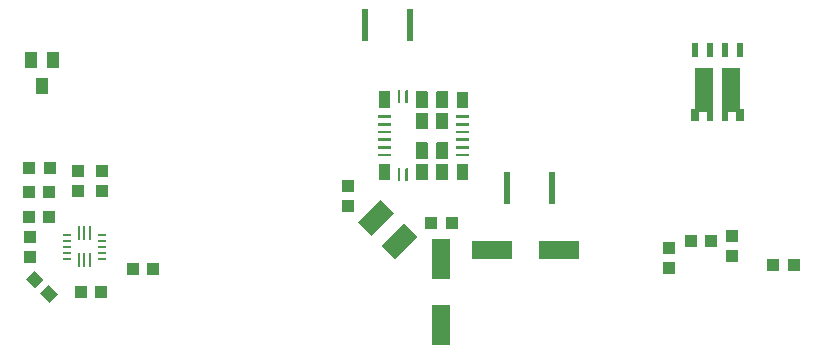
<source format=gbr>
G04 EAGLE Gerber RS-274X export*
G75*
%MOMM*%
%FSLAX34Y34*%
%LPD*%
%INSolderpaste Bottom*%
%IPPOS*%
%AMOC8*
5,1,8,0,0,1.08239X$1,22.5*%
G01*
%ADD10R,1.100000X1.000000*%
%ADD11R,1.000000X1.100000*%
%ADD12R,0.558800X2.794000*%
%ADD13R,1.600000X2.700000*%
%ADD14R,1.000000X1.400000*%
%ADD15R,3.500000X1.600000*%
%ADD16R,1.600000X3.500000*%
%ADD17R,0.610000X1.020000*%
%ADD18R,1.650000X3.810000*%
%ADD19R,0.610000X1.270000*%
%ADD20R,0.650000X1.100000*%
%ADD21R,0.650000X1.050000*%
%ADD22R,0.700000X0.150000*%
%ADD23R,0.150000X1.300000*%

G36*
X15706Y-296585D02*
X15706Y-296585D01*
X15710Y-296588D01*
X15901Y-296550D01*
X15910Y-296540D01*
X15919Y-296543D01*
X16081Y-296435D01*
X16085Y-296421D01*
X16095Y-296421D01*
X16203Y-296259D01*
X16202Y-296245D01*
X16210Y-296241D01*
X16248Y-296050D01*
X16245Y-296043D01*
X16249Y-296040D01*
X16249Y-283040D01*
X16245Y-283034D01*
X16248Y-283030D01*
X16210Y-282839D01*
X16200Y-282830D01*
X16203Y-282821D01*
X16095Y-282659D01*
X16081Y-282655D01*
X16081Y-282646D01*
X15919Y-282537D01*
X15905Y-282538D01*
X15901Y-282530D01*
X15710Y-282492D01*
X15703Y-282495D01*
X15700Y-282491D01*
X6700Y-282491D01*
X6694Y-282495D01*
X6690Y-282492D01*
X6499Y-282530D01*
X6490Y-282540D01*
X6481Y-282537D01*
X6319Y-282646D01*
X6315Y-282659D01*
X6306Y-282659D01*
X6197Y-282821D01*
X6198Y-282830D01*
X6191Y-282835D01*
X6193Y-282838D01*
X6190Y-282839D01*
X6152Y-283030D01*
X6155Y-283037D01*
X6151Y-283040D01*
X6151Y-296040D01*
X6155Y-296046D01*
X6152Y-296050D01*
X6190Y-296241D01*
X6200Y-296250D01*
X6197Y-296259D01*
X6306Y-296421D01*
X6319Y-296425D01*
X6319Y-296435D01*
X6481Y-296543D01*
X6495Y-296542D01*
X6499Y-296550D01*
X6690Y-296588D01*
X6697Y-296585D01*
X6700Y-296589D01*
X15700Y-296589D01*
X15706Y-296585D01*
G37*
G36*
X33206Y-296585D02*
X33206Y-296585D01*
X33210Y-296588D01*
X33401Y-296550D01*
X33410Y-296540D01*
X33419Y-296543D01*
X33581Y-296435D01*
X33585Y-296421D01*
X33595Y-296421D01*
X33703Y-296259D01*
X33702Y-296245D01*
X33710Y-296241D01*
X33748Y-296050D01*
X33745Y-296043D01*
X33749Y-296040D01*
X33749Y-283040D01*
X33745Y-283034D01*
X33748Y-283030D01*
X33710Y-282839D01*
X33700Y-282830D01*
X33703Y-282821D01*
X33595Y-282659D01*
X33581Y-282655D01*
X33581Y-282646D01*
X33419Y-282537D01*
X33405Y-282538D01*
X33401Y-282530D01*
X33210Y-282492D01*
X33203Y-282495D01*
X33200Y-282491D01*
X24200Y-282491D01*
X24194Y-282495D01*
X24190Y-282492D01*
X23999Y-282530D01*
X23990Y-282540D01*
X23981Y-282537D01*
X23819Y-282646D01*
X23815Y-282659D01*
X23806Y-282659D01*
X23697Y-282821D01*
X23698Y-282830D01*
X23691Y-282835D01*
X23693Y-282838D01*
X23690Y-282839D01*
X23652Y-283030D01*
X23655Y-283037D01*
X23651Y-283040D01*
X23651Y-296040D01*
X23655Y-296046D01*
X23652Y-296050D01*
X23690Y-296241D01*
X23700Y-296250D01*
X23697Y-296259D01*
X23806Y-296421D01*
X23819Y-296425D01*
X23819Y-296435D01*
X23981Y-296543D01*
X23995Y-296542D01*
X23999Y-296550D01*
X24190Y-296588D01*
X24197Y-296585D01*
X24200Y-296589D01*
X33200Y-296589D01*
X33206Y-296585D01*
G37*
G36*
X15706Y-314585D02*
X15706Y-314585D01*
X15710Y-314588D01*
X15901Y-314550D01*
X15910Y-314540D01*
X15919Y-314543D01*
X16081Y-314435D01*
X16085Y-314421D01*
X16095Y-314421D01*
X16203Y-314259D01*
X16202Y-314245D01*
X16210Y-314241D01*
X16248Y-314050D01*
X16245Y-314043D01*
X16249Y-314040D01*
X16249Y-301040D01*
X16245Y-301034D01*
X16248Y-301030D01*
X16210Y-300839D01*
X16200Y-300830D01*
X16203Y-300821D01*
X16095Y-300659D01*
X16081Y-300655D01*
X16081Y-300646D01*
X15919Y-300537D01*
X15905Y-300538D01*
X15901Y-300530D01*
X15710Y-300492D01*
X15703Y-300495D01*
X15700Y-300491D01*
X6700Y-300491D01*
X6694Y-300495D01*
X6690Y-300492D01*
X6499Y-300530D01*
X6490Y-300540D01*
X6481Y-300537D01*
X6319Y-300646D01*
X6315Y-300659D01*
X6306Y-300659D01*
X6197Y-300821D01*
X6198Y-300830D01*
X6191Y-300835D01*
X6193Y-300838D01*
X6190Y-300839D01*
X6152Y-301030D01*
X6155Y-301037D01*
X6151Y-301040D01*
X6151Y-314040D01*
X6155Y-314046D01*
X6152Y-314050D01*
X6190Y-314241D01*
X6200Y-314250D01*
X6197Y-314259D01*
X6306Y-314421D01*
X6319Y-314425D01*
X6319Y-314435D01*
X6481Y-314543D01*
X6495Y-314542D01*
X6499Y-314550D01*
X6690Y-314588D01*
X6697Y-314585D01*
X6700Y-314589D01*
X15700Y-314589D01*
X15706Y-314585D01*
G37*
G36*
X33206Y-314585D02*
X33206Y-314585D01*
X33210Y-314588D01*
X33401Y-314550D01*
X33410Y-314540D01*
X33419Y-314543D01*
X33581Y-314435D01*
X33585Y-314421D01*
X33595Y-314421D01*
X33703Y-314259D01*
X33702Y-314245D01*
X33710Y-314241D01*
X33748Y-314050D01*
X33745Y-314043D01*
X33749Y-314040D01*
X33749Y-301040D01*
X33745Y-301034D01*
X33748Y-301030D01*
X33710Y-300839D01*
X33700Y-300830D01*
X33703Y-300821D01*
X33595Y-300659D01*
X33581Y-300655D01*
X33581Y-300646D01*
X33419Y-300537D01*
X33405Y-300538D01*
X33401Y-300530D01*
X33210Y-300492D01*
X33203Y-300495D01*
X33200Y-300491D01*
X24200Y-300491D01*
X24194Y-300495D01*
X24190Y-300492D01*
X23999Y-300530D01*
X23990Y-300540D01*
X23981Y-300537D01*
X23819Y-300646D01*
X23815Y-300659D01*
X23806Y-300659D01*
X23697Y-300821D01*
X23698Y-300830D01*
X23691Y-300835D01*
X23693Y-300838D01*
X23690Y-300839D01*
X23652Y-301030D01*
X23655Y-301037D01*
X23651Y-301040D01*
X23651Y-314040D01*
X23655Y-314046D01*
X23652Y-314050D01*
X23690Y-314241D01*
X23700Y-314250D01*
X23697Y-314259D01*
X23806Y-314421D01*
X23819Y-314425D01*
X23819Y-314435D01*
X23981Y-314543D01*
X23995Y-314542D01*
X23999Y-314550D01*
X24190Y-314588D01*
X24197Y-314585D01*
X24200Y-314589D01*
X33200Y-314589D01*
X33206Y-314585D01*
G37*
G36*
X33206Y-339585D02*
X33206Y-339585D01*
X33210Y-339588D01*
X33401Y-339550D01*
X33410Y-339540D01*
X33419Y-339543D01*
X33581Y-339435D01*
X33585Y-339421D01*
X33595Y-339421D01*
X33703Y-339259D01*
X33702Y-339245D01*
X33710Y-339241D01*
X33748Y-339050D01*
X33745Y-339043D01*
X33749Y-339040D01*
X33749Y-326040D01*
X33745Y-326034D01*
X33748Y-326030D01*
X33710Y-325839D01*
X33700Y-325830D01*
X33703Y-325821D01*
X33595Y-325659D01*
X33581Y-325655D01*
X33581Y-325646D01*
X33419Y-325537D01*
X33405Y-325538D01*
X33401Y-325530D01*
X33210Y-325492D01*
X33203Y-325495D01*
X33200Y-325491D01*
X24200Y-325491D01*
X24194Y-325495D01*
X24190Y-325492D01*
X23999Y-325530D01*
X23990Y-325540D01*
X23981Y-325537D01*
X23819Y-325646D01*
X23815Y-325659D01*
X23806Y-325659D01*
X23697Y-325821D01*
X23698Y-325830D01*
X23691Y-325835D01*
X23693Y-325838D01*
X23690Y-325839D01*
X23652Y-326030D01*
X23655Y-326037D01*
X23651Y-326040D01*
X23651Y-339040D01*
X23655Y-339046D01*
X23652Y-339050D01*
X23690Y-339241D01*
X23700Y-339250D01*
X23697Y-339259D01*
X23806Y-339421D01*
X23819Y-339425D01*
X23819Y-339435D01*
X23981Y-339543D01*
X23995Y-339542D01*
X23999Y-339550D01*
X24190Y-339588D01*
X24197Y-339585D01*
X24200Y-339589D01*
X33200Y-339589D01*
X33206Y-339585D01*
G37*
G36*
X15706Y-339585D02*
X15706Y-339585D01*
X15710Y-339588D01*
X15901Y-339550D01*
X15910Y-339540D01*
X15919Y-339543D01*
X16081Y-339435D01*
X16085Y-339421D01*
X16095Y-339421D01*
X16203Y-339259D01*
X16202Y-339245D01*
X16210Y-339241D01*
X16248Y-339050D01*
X16245Y-339043D01*
X16249Y-339040D01*
X16249Y-326040D01*
X16245Y-326034D01*
X16248Y-326030D01*
X16210Y-325839D01*
X16200Y-325830D01*
X16203Y-325821D01*
X16095Y-325659D01*
X16081Y-325655D01*
X16081Y-325646D01*
X15919Y-325537D01*
X15905Y-325538D01*
X15901Y-325530D01*
X15710Y-325492D01*
X15703Y-325495D01*
X15700Y-325491D01*
X6700Y-325491D01*
X6694Y-325495D01*
X6690Y-325492D01*
X6499Y-325530D01*
X6490Y-325540D01*
X6481Y-325537D01*
X6319Y-325646D01*
X6315Y-325659D01*
X6306Y-325659D01*
X6197Y-325821D01*
X6198Y-325830D01*
X6191Y-325835D01*
X6193Y-325838D01*
X6190Y-325839D01*
X6152Y-326030D01*
X6155Y-326037D01*
X6151Y-326040D01*
X6151Y-339040D01*
X6155Y-339046D01*
X6152Y-339050D01*
X6190Y-339241D01*
X6200Y-339250D01*
X6197Y-339259D01*
X6306Y-339421D01*
X6319Y-339425D01*
X6319Y-339435D01*
X6481Y-339543D01*
X6495Y-339542D01*
X6499Y-339550D01*
X6690Y-339588D01*
X6697Y-339585D01*
X6700Y-339589D01*
X15700Y-339589D01*
X15706Y-339585D01*
G37*
G36*
X33206Y-357835D02*
X33206Y-357835D01*
X33210Y-357838D01*
X33401Y-357800D01*
X33410Y-357790D01*
X33419Y-357793D01*
X33581Y-357685D01*
X33585Y-357671D01*
X33595Y-357671D01*
X33703Y-357509D01*
X33702Y-357495D01*
X33710Y-357491D01*
X33748Y-357300D01*
X33745Y-357293D01*
X33749Y-357290D01*
X33749Y-344290D01*
X33745Y-344284D01*
X33748Y-344280D01*
X33710Y-344089D01*
X33700Y-344080D01*
X33703Y-344071D01*
X33595Y-343909D01*
X33581Y-343905D01*
X33581Y-343896D01*
X33419Y-343787D01*
X33405Y-343788D01*
X33401Y-343780D01*
X33210Y-343742D01*
X33203Y-343745D01*
X33200Y-343741D01*
X24200Y-343741D01*
X24194Y-343745D01*
X24190Y-343742D01*
X23999Y-343780D01*
X23990Y-343790D01*
X23981Y-343787D01*
X23819Y-343896D01*
X23815Y-343909D01*
X23806Y-343909D01*
X23697Y-344071D01*
X23698Y-344080D01*
X23691Y-344085D01*
X23693Y-344088D01*
X23690Y-344089D01*
X23652Y-344280D01*
X23655Y-344287D01*
X23651Y-344290D01*
X23651Y-357290D01*
X23655Y-357296D01*
X23652Y-357300D01*
X23690Y-357491D01*
X23700Y-357500D01*
X23697Y-357509D01*
X23806Y-357671D01*
X23819Y-357675D01*
X23819Y-357685D01*
X23981Y-357793D01*
X23995Y-357792D01*
X23999Y-357800D01*
X24190Y-357838D01*
X24197Y-357835D01*
X24200Y-357839D01*
X33200Y-357839D01*
X33206Y-357835D01*
G37*
G36*
X15706Y-357835D02*
X15706Y-357835D01*
X15710Y-357838D01*
X15901Y-357800D01*
X15910Y-357790D01*
X15919Y-357793D01*
X16081Y-357685D01*
X16085Y-357671D01*
X16095Y-357671D01*
X16203Y-357509D01*
X16202Y-357495D01*
X16210Y-357491D01*
X16248Y-357300D01*
X16245Y-357293D01*
X16249Y-357290D01*
X16249Y-344290D01*
X16245Y-344284D01*
X16248Y-344280D01*
X16210Y-344089D01*
X16200Y-344080D01*
X16203Y-344071D01*
X16095Y-343909D01*
X16081Y-343905D01*
X16081Y-343896D01*
X15919Y-343787D01*
X15905Y-343788D01*
X15901Y-343780D01*
X15710Y-343742D01*
X15703Y-343745D01*
X15700Y-343741D01*
X6700Y-343741D01*
X6694Y-343745D01*
X6690Y-343742D01*
X6499Y-343780D01*
X6490Y-343790D01*
X6481Y-343787D01*
X6319Y-343896D01*
X6315Y-343909D01*
X6306Y-343909D01*
X6197Y-344071D01*
X6198Y-344080D01*
X6191Y-344085D01*
X6193Y-344088D01*
X6190Y-344089D01*
X6152Y-344280D01*
X6155Y-344287D01*
X6151Y-344290D01*
X6151Y-357290D01*
X6155Y-357296D01*
X6152Y-357300D01*
X6190Y-357491D01*
X6200Y-357500D01*
X6197Y-357509D01*
X6306Y-357671D01*
X6319Y-357675D01*
X6319Y-357685D01*
X6481Y-357793D01*
X6495Y-357792D01*
X6499Y-357800D01*
X6690Y-357838D01*
X6697Y-357835D01*
X6700Y-357839D01*
X15700Y-357839D01*
X15706Y-357835D01*
G37*
G36*
X-16294Y-296335D02*
X-16294Y-296335D01*
X-16290Y-296338D01*
X-16099Y-296300D01*
X-16090Y-296290D01*
X-16081Y-296293D01*
X-15919Y-296185D01*
X-15915Y-296171D01*
X-15906Y-296171D01*
X-15797Y-296009D01*
X-15798Y-295995D01*
X-15790Y-295991D01*
X-15752Y-295800D01*
X-15755Y-295793D01*
X-15751Y-295790D01*
X-15751Y-282790D01*
X-15755Y-282784D01*
X-15752Y-282780D01*
X-15790Y-282589D01*
X-15800Y-282580D01*
X-15797Y-282571D01*
X-15906Y-282409D01*
X-15919Y-282405D01*
X-15919Y-282396D01*
X-16081Y-282287D01*
X-16095Y-282288D01*
X-16099Y-282280D01*
X-16290Y-282242D01*
X-16297Y-282245D01*
X-16300Y-282241D01*
X-24300Y-282241D01*
X-24306Y-282245D01*
X-24310Y-282242D01*
X-24501Y-282280D01*
X-24510Y-282290D01*
X-24519Y-282287D01*
X-24681Y-282396D01*
X-24685Y-282409D01*
X-24695Y-282409D01*
X-24803Y-282571D01*
X-24802Y-282580D01*
X-24809Y-282585D01*
X-24807Y-282588D01*
X-24810Y-282589D01*
X-24848Y-282780D01*
X-24845Y-282787D01*
X-24849Y-282790D01*
X-24849Y-295790D01*
X-24845Y-295796D01*
X-24848Y-295800D01*
X-24810Y-295991D01*
X-24800Y-296000D01*
X-24803Y-296009D01*
X-24695Y-296171D01*
X-24681Y-296175D01*
X-24681Y-296185D01*
X-24519Y-296293D01*
X-24505Y-296292D01*
X-24501Y-296300D01*
X-24310Y-296338D01*
X-24303Y-296335D01*
X-24300Y-296339D01*
X-16300Y-296339D01*
X-16294Y-296335D01*
G37*
G36*
X49706Y-296835D02*
X49706Y-296835D01*
X49710Y-296838D01*
X49901Y-296800D01*
X49910Y-296790D01*
X49919Y-296793D01*
X50081Y-296685D01*
X50085Y-296671D01*
X50095Y-296671D01*
X50203Y-296509D01*
X50202Y-296495D01*
X50210Y-296491D01*
X50248Y-296300D01*
X50245Y-296293D01*
X50249Y-296290D01*
X50249Y-283290D01*
X50245Y-283284D01*
X50248Y-283280D01*
X50210Y-283089D01*
X50200Y-283080D01*
X50203Y-283071D01*
X50095Y-282909D01*
X50081Y-282905D01*
X50081Y-282896D01*
X49919Y-282787D01*
X49905Y-282788D01*
X49901Y-282780D01*
X49710Y-282742D01*
X49703Y-282745D01*
X49700Y-282741D01*
X41700Y-282741D01*
X41694Y-282745D01*
X41690Y-282742D01*
X41499Y-282780D01*
X41490Y-282790D01*
X41481Y-282787D01*
X41319Y-282896D01*
X41315Y-282909D01*
X41306Y-282909D01*
X41197Y-283071D01*
X41198Y-283080D01*
X41191Y-283085D01*
X41193Y-283088D01*
X41190Y-283089D01*
X41152Y-283280D01*
X41155Y-283287D01*
X41151Y-283290D01*
X41151Y-296290D01*
X41155Y-296296D01*
X41152Y-296300D01*
X41190Y-296491D01*
X41200Y-296500D01*
X41197Y-296509D01*
X41306Y-296671D01*
X41319Y-296675D01*
X41319Y-296685D01*
X41481Y-296793D01*
X41495Y-296792D01*
X41499Y-296800D01*
X41690Y-296838D01*
X41697Y-296835D01*
X41700Y-296839D01*
X49700Y-296839D01*
X49706Y-296835D01*
G37*
G36*
X-16294Y-357585D02*
X-16294Y-357585D01*
X-16290Y-357588D01*
X-16099Y-357550D01*
X-16090Y-357540D01*
X-16081Y-357543D01*
X-15919Y-357435D01*
X-15915Y-357421D01*
X-15906Y-357421D01*
X-15797Y-357259D01*
X-15798Y-357245D01*
X-15790Y-357241D01*
X-15752Y-357050D01*
X-15755Y-357043D01*
X-15751Y-357040D01*
X-15751Y-344040D01*
X-15755Y-344034D01*
X-15752Y-344030D01*
X-15790Y-343839D01*
X-15800Y-343830D01*
X-15797Y-343821D01*
X-15906Y-343659D01*
X-15919Y-343655D01*
X-15919Y-343646D01*
X-16081Y-343537D01*
X-16095Y-343538D01*
X-16099Y-343530D01*
X-16290Y-343492D01*
X-16297Y-343495D01*
X-16300Y-343491D01*
X-24300Y-343491D01*
X-24306Y-343495D01*
X-24310Y-343492D01*
X-24501Y-343530D01*
X-24510Y-343540D01*
X-24519Y-343537D01*
X-24681Y-343646D01*
X-24685Y-343659D01*
X-24695Y-343659D01*
X-24803Y-343821D01*
X-24802Y-343830D01*
X-24809Y-343835D01*
X-24807Y-343838D01*
X-24810Y-343839D01*
X-24848Y-344030D01*
X-24845Y-344037D01*
X-24849Y-344040D01*
X-24849Y-357040D01*
X-24845Y-357046D01*
X-24848Y-357050D01*
X-24810Y-357241D01*
X-24800Y-357250D01*
X-24803Y-357259D01*
X-24695Y-357421D01*
X-24681Y-357425D01*
X-24681Y-357435D01*
X-24519Y-357543D01*
X-24505Y-357542D01*
X-24501Y-357550D01*
X-24310Y-357588D01*
X-24303Y-357585D01*
X-24300Y-357589D01*
X-16300Y-357589D01*
X-16294Y-357585D01*
G37*
G36*
X49706Y-357585D02*
X49706Y-357585D01*
X49710Y-357588D01*
X49901Y-357550D01*
X49910Y-357540D01*
X49919Y-357543D01*
X50081Y-357435D01*
X50085Y-357421D01*
X50095Y-357421D01*
X50203Y-357259D01*
X50202Y-357245D01*
X50210Y-357241D01*
X50248Y-357050D01*
X50245Y-357043D01*
X50249Y-357040D01*
X50249Y-344040D01*
X50245Y-344034D01*
X50248Y-344030D01*
X50210Y-343839D01*
X50200Y-343830D01*
X50203Y-343821D01*
X50095Y-343659D01*
X50081Y-343655D01*
X50081Y-343646D01*
X49919Y-343537D01*
X49905Y-343538D01*
X49901Y-343530D01*
X49710Y-343492D01*
X49703Y-343495D01*
X49700Y-343491D01*
X41700Y-343491D01*
X41694Y-343495D01*
X41690Y-343492D01*
X41499Y-343530D01*
X41490Y-343540D01*
X41481Y-343537D01*
X41319Y-343646D01*
X41315Y-343659D01*
X41306Y-343659D01*
X41197Y-343821D01*
X41198Y-343830D01*
X41191Y-343835D01*
X41193Y-343838D01*
X41190Y-343839D01*
X41152Y-344030D01*
X41155Y-344037D01*
X41151Y-344040D01*
X41151Y-357040D01*
X41155Y-357046D01*
X41152Y-357050D01*
X41190Y-357241D01*
X41200Y-357250D01*
X41197Y-357259D01*
X41306Y-357421D01*
X41319Y-357425D01*
X41319Y-357435D01*
X41481Y-357543D01*
X41495Y-357542D01*
X41499Y-357550D01*
X41690Y-357588D01*
X41697Y-357585D01*
X41700Y-357589D01*
X49700Y-357589D01*
X49706Y-357585D01*
G37*
G36*
X-7544Y-292585D02*
X-7544Y-292585D01*
X-7540Y-292588D01*
X-7349Y-292550D01*
X-7340Y-292540D01*
X-7331Y-292543D01*
X-7169Y-292435D01*
X-7165Y-292421D01*
X-7156Y-292421D01*
X-7047Y-292259D01*
X-7048Y-292245D01*
X-7040Y-292241D01*
X-7002Y-292050D01*
X-7005Y-292043D01*
X-7001Y-292040D01*
X-7001Y-282040D01*
X-7005Y-282034D01*
X-7002Y-282030D01*
X-7040Y-281839D01*
X-7050Y-281830D01*
X-7047Y-281821D01*
X-7156Y-281659D01*
X-7169Y-281655D01*
X-7169Y-281646D01*
X-7331Y-281537D01*
X-7345Y-281538D01*
X-7349Y-281530D01*
X-7540Y-281492D01*
X-7547Y-281495D01*
X-7550Y-281491D01*
X-8550Y-281491D01*
X-8556Y-281495D01*
X-8560Y-281492D01*
X-8751Y-281530D01*
X-8760Y-281540D01*
X-8769Y-281537D01*
X-8931Y-281646D01*
X-8935Y-281659D01*
X-8945Y-281659D01*
X-9053Y-281821D01*
X-9052Y-281833D01*
X-9059Y-281838D01*
X-9060Y-281839D01*
X-9098Y-282030D01*
X-9096Y-282035D01*
X-9097Y-282036D01*
X-9096Y-282038D01*
X-9099Y-282040D01*
X-9099Y-292040D01*
X-9095Y-292046D01*
X-9098Y-292050D01*
X-9060Y-292241D01*
X-9050Y-292250D01*
X-9053Y-292259D01*
X-8945Y-292421D01*
X-8931Y-292425D01*
X-8931Y-292435D01*
X-8769Y-292543D01*
X-8755Y-292542D01*
X-8751Y-292550D01*
X-8560Y-292588D01*
X-8553Y-292585D01*
X-8550Y-292589D01*
X-7550Y-292589D01*
X-7544Y-292585D01*
G37*
G36*
X-1044Y-292585D02*
X-1044Y-292585D01*
X-1040Y-292588D01*
X-849Y-292550D01*
X-840Y-292540D01*
X-831Y-292543D01*
X-669Y-292435D01*
X-665Y-292421D01*
X-656Y-292421D01*
X-547Y-292259D01*
X-548Y-292245D01*
X-540Y-292241D01*
X-502Y-292050D01*
X-505Y-292043D01*
X-501Y-292040D01*
X-501Y-282040D01*
X-505Y-282034D01*
X-502Y-282030D01*
X-540Y-281839D01*
X-550Y-281830D01*
X-547Y-281821D01*
X-656Y-281659D01*
X-669Y-281655D01*
X-669Y-281646D01*
X-831Y-281537D01*
X-845Y-281538D01*
X-849Y-281530D01*
X-1040Y-281492D01*
X-1047Y-281495D01*
X-1050Y-281491D01*
X-2050Y-281491D01*
X-2056Y-281495D01*
X-2060Y-281492D01*
X-2251Y-281530D01*
X-2260Y-281540D01*
X-2269Y-281537D01*
X-2431Y-281646D01*
X-2435Y-281659D01*
X-2445Y-281659D01*
X-2553Y-281821D01*
X-2552Y-281833D01*
X-2559Y-281838D01*
X-2560Y-281839D01*
X-2598Y-282030D01*
X-2596Y-282035D01*
X-2597Y-282036D01*
X-2596Y-282038D01*
X-2599Y-282040D01*
X-2599Y-292040D01*
X-2595Y-292046D01*
X-2598Y-292050D01*
X-2560Y-292241D01*
X-2550Y-292250D01*
X-2553Y-292259D01*
X-2445Y-292421D01*
X-2431Y-292425D01*
X-2431Y-292435D01*
X-2269Y-292543D01*
X-2255Y-292542D01*
X-2251Y-292550D01*
X-2060Y-292588D01*
X-2053Y-292585D01*
X-2050Y-292589D01*
X-1050Y-292589D01*
X-1044Y-292585D01*
G37*
G36*
X-7544Y-358585D02*
X-7544Y-358585D01*
X-7540Y-358588D01*
X-7349Y-358550D01*
X-7340Y-358540D01*
X-7331Y-358543D01*
X-7169Y-358435D01*
X-7165Y-358421D01*
X-7156Y-358421D01*
X-7047Y-358259D01*
X-7048Y-358245D01*
X-7040Y-358241D01*
X-7002Y-358050D01*
X-7005Y-358043D01*
X-7001Y-358040D01*
X-7001Y-348040D01*
X-7005Y-348034D01*
X-7002Y-348030D01*
X-7040Y-347839D01*
X-7050Y-347830D01*
X-7047Y-347821D01*
X-7156Y-347659D01*
X-7169Y-347655D01*
X-7169Y-347646D01*
X-7331Y-347537D01*
X-7345Y-347538D01*
X-7349Y-347530D01*
X-7540Y-347492D01*
X-7547Y-347495D01*
X-7550Y-347491D01*
X-8550Y-347491D01*
X-8556Y-347495D01*
X-8560Y-347492D01*
X-8751Y-347530D01*
X-8760Y-347540D01*
X-8769Y-347537D01*
X-8931Y-347646D01*
X-8935Y-347659D01*
X-8945Y-347659D01*
X-9053Y-347821D01*
X-9052Y-347833D01*
X-9059Y-347838D01*
X-9060Y-347839D01*
X-9098Y-348030D01*
X-9096Y-348035D01*
X-9097Y-348036D01*
X-9096Y-348038D01*
X-9099Y-348040D01*
X-9099Y-358040D01*
X-9095Y-358046D01*
X-9098Y-358050D01*
X-9060Y-358241D01*
X-9050Y-358250D01*
X-9053Y-358259D01*
X-8945Y-358421D01*
X-8931Y-358425D01*
X-8931Y-358435D01*
X-8769Y-358543D01*
X-8755Y-358542D01*
X-8751Y-358550D01*
X-8560Y-358588D01*
X-8553Y-358585D01*
X-8550Y-358589D01*
X-7550Y-358589D01*
X-7544Y-358585D01*
G37*
G36*
X-1044Y-358585D02*
X-1044Y-358585D01*
X-1040Y-358588D01*
X-849Y-358550D01*
X-840Y-358540D01*
X-831Y-358543D01*
X-669Y-358435D01*
X-665Y-358421D01*
X-656Y-358421D01*
X-547Y-358259D01*
X-548Y-358245D01*
X-540Y-358241D01*
X-502Y-358050D01*
X-505Y-358043D01*
X-501Y-358040D01*
X-501Y-348040D01*
X-505Y-348034D01*
X-502Y-348030D01*
X-540Y-347839D01*
X-550Y-347830D01*
X-547Y-347821D01*
X-656Y-347659D01*
X-669Y-347655D01*
X-669Y-347646D01*
X-831Y-347537D01*
X-845Y-347538D01*
X-849Y-347530D01*
X-1040Y-347492D01*
X-1047Y-347495D01*
X-1050Y-347491D01*
X-2050Y-347491D01*
X-2056Y-347495D01*
X-2060Y-347492D01*
X-2251Y-347530D01*
X-2260Y-347540D01*
X-2269Y-347537D01*
X-2431Y-347646D01*
X-2435Y-347659D01*
X-2445Y-347659D01*
X-2553Y-347821D01*
X-2552Y-347833D01*
X-2559Y-347838D01*
X-2560Y-347839D01*
X-2598Y-348030D01*
X-2596Y-348035D01*
X-2597Y-348036D01*
X-2596Y-348038D01*
X-2599Y-348040D01*
X-2599Y-358040D01*
X-2595Y-358046D01*
X-2598Y-358050D01*
X-2560Y-358241D01*
X-2550Y-358250D01*
X-2553Y-358259D01*
X-2445Y-358421D01*
X-2431Y-358425D01*
X-2431Y-358435D01*
X-2269Y-358543D01*
X-2255Y-358542D01*
X-2251Y-358550D01*
X-2060Y-358588D01*
X-2053Y-358585D01*
X-2050Y-358589D01*
X-1050Y-358589D01*
X-1044Y-358585D01*
G37*
G36*
X50706Y-304835D02*
X50706Y-304835D01*
X50710Y-304838D01*
X50901Y-304800D01*
X50910Y-304790D01*
X50919Y-304793D01*
X51081Y-304685D01*
X51085Y-304671D01*
X51095Y-304671D01*
X51203Y-304509D01*
X51202Y-304495D01*
X51210Y-304491D01*
X51248Y-304300D01*
X51245Y-304293D01*
X51249Y-304290D01*
X51249Y-303290D01*
X51245Y-303284D01*
X51248Y-303280D01*
X51210Y-303089D01*
X51200Y-303080D01*
X51203Y-303071D01*
X51095Y-302909D01*
X51081Y-302905D01*
X51081Y-302896D01*
X50919Y-302787D01*
X50905Y-302788D01*
X50901Y-302780D01*
X50710Y-302742D01*
X50703Y-302745D01*
X50700Y-302741D01*
X40700Y-302741D01*
X40694Y-302745D01*
X40690Y-302742D01*
X40499Y-302780D01*
X40490Y-302790D01*
X40481Y-302787D01*
X40319Y-302896D01*
X40315Y-302909D01*
X40306Y-302909D01*
X40197Y-303071D01*
X40198Y-303085D01*
X40190Y-303089D01*
X40152Y-303280D01*
X40155Y-303287D01*
X40151Y-303290D01*
X40151Y-304290D01*
X40155Y-304296D01*
X40152Y-304300D01*
X40190Y-304491D01*
X40200Y-304500D01*
X40197Y-304509D01*
X40306Y-304671D01*
X40319Y-304675D01*
X40319Y-304685D01*
X40481Y-304793D01*
X40495Y-304792D01*
X40499Y-304800D01*
X40690Y-304838D01*
X40697Y-304835D01*
X40700Y-304839D01*
X50700Y-304839D01*
X50706Y-304835D01*
G37*
G36*
X-15294Y-304835D02*
X-15294Y-304835D01*
X-15290Y-304838D01*
X-15099Y-304800D01*
X-15090Y-304790D01*
X-15081Y-304793D01*
X-14919Y-304685D01*
X-14915Y-304671D01*
X-14906Y-304671D01*
X-14797Y-304509D01*
X-14798Y-304495D01*
X-14790Y-304491D01*
X-14752Y-304300D01*
X-14755Y-304293D01*
X-14751Y-304290D01*
X-14751Y-303290D01*
X-14755Y-303284D01*
X-14752Y-303280D01*
X-14790Y-303089D01*
X-14800Y-303080D01*
X-14797Y-303071D01*
X-14906Y-302909D01*
X-14919Y-302905D01*
X-14919Y-302896D01*
X-15081Y-302787D01*
X-15095Y-302788D01*
X-15099Y-302780D01*
X-15290Y-302742D01*
X-15297Y-302745D01*
X-15300Y-302741D01*
X-25300Y-302741D01*
X-25306Y-302745D01*
X-25310Y-302742D01*
X-25501Y-302780D01*
X-25510Y-302790D01*
X-25519Y-302787D01*
X-25681Y-302896D01*
X-25685Y-302909D01*
X-25695Y-302909D01*
X-25803Y-303071D01*
X-25802Y-303085D01*
X-25810Y-303089D01*
X-25848Y-303280D01*
X-25845Y-303287D01*
X-25849Y-303290D01*
X-25849Y-304290D01*
X-25845Y-304296D01*
X-25848Y-304300D01*
X-25810Y-304491D01*
X-25800Y-304500D01*
X-25803Y-304509D01*
X-25695Y-304671D01*
X-25681Y-304675D01*
X-25681Y-304685D01*
X-25519Y-304793D01*
X-25505Y-304792D01*
X-25501Y-304800D01*
X-25310Y-304838D01*
X-25303Y-304835D01*
X-25300Y-304839D01*
X-15300Y-304839D01*
X-15294Y-304835D01*
G37*
G36*
X50706Y-311335D02*
X50706Y-311335D01*
X50710Y-311338D01*
X50901Y-311300D01*
X50910Y-311290D01*
X50919Y-311293D01*
X51081Y-311185D01*
X51085Y-311171D01*
X51095Y-311171D01*
X51203Y-311009D01*
X51202Y-310995D01*
X51210Y-310991D01*
X51248Y-310800D01*
X51245Y-310793D01*
X51249Y-310790D01*
X51249Y-309790D01*
X51245Y-309784D01*
X51248Y-309780D01*
X51210Y-309589D01*
X51200Y-309580D01*
X51203Y-309571D01*
X51095Y-309409D01*
X51081Y-309405D01*
X51081Y-309396D01*
X50919Y-309287D01*
X50905Y-309288D01*
X50901Y-309280D01*
X50710Y-309242D01*
X50703Y-309245D01*
X50700Y-309241D01*
X40700Y-309241D01*
X40694Y-309245D01*
X40690Y-309242D01*
X40499Y-309280D01*
X40490Y-309290D01*
X40481Y-309287D01*
X40319Y-309396D01*
X40315Y-309409D01*
X40306Y-309409D01*
X40197Y-309571D01*
X40198Y-309585D01*
X40190Y-309589D01*
X40152Y-309780D01*
X40155Y-309787D01*
X40151Y-309790D01*
X40151Y-310790D01*
X40155Y-310796D01*
X40152Y-310800D01*
X40190Y-310991D01*
X40200Y-311000D01*
X40197Y-311009D01*
X40306Y-311171D01*
X40319Y-311175D01*
X40319Y-311185D01*
X40481Y-311293D01*
X40495Y-311292D01*
X40499Y-311300D01*
X40690Y-311338D01*
X40697Y-311335D01*
X40700Y-311339D01*
X50700Y-311339D01*
X50706Y-311335D01*
G37*
G36*
X-15294Y-311335D02*
X-15294Y-311335D01*
X-15290Y-311338D01*
X-15099Y-311300D01*
X-15090Y-311290D01*
X-15081Y-311293D01*
X-14919Y-311185D01*
X-14915Y-311171D01*
X-14906Y-311171D01*
X-14797Y-311009D01*
X-14798Y-310995D01*
X-14790Y-310991D01*
X-14752Y-310800D01*
X-14755Y-310793D01*
X-14751Y-310790D01*
X-14751Y-309790D01*
X-14755Y-309784D01*
X-14752Y-309780D01*
X-14790Y-309589D01*
X-14800Y-309580D01*
X-14797Y-309571D01*
X-14906Y-309409D01*
X-14919Y-309405D01*
X-14919Y-309396D01*
X-15081Y-309287D01*
X-15095Y-309288D01*
X-15099Y-309280D01*
X-15290Y-309242D01*
X-15297Y-309245D01*
X-15300Y-309241D01*
X-25300Y-309241D01*
X-25306Y-309245D01*
X-25310Y-309242D01*
X-25501Y-309280D01*
X-25510Y-309290D01*
X-25519Y-309287D01*
X-25681Y-309396D01*
X-25685Y-309409D01*
X-25695Y-309409D01*
X-25803Y-309571D01*
X-25802Y-309585D01*
X-25810Y-309589D01*
X-25848Y-309780D01*
X-25845Y-309787D01*
X-25849Y-309790D01*
X-25849Y-310790D01*
X-25845Y-310796D01*
X-25848Y-310800D01*
X-25810Y-310991D01*
X-25800Y-311000D01*
X-25803Y-311009D01*
X-25695Y-311171D01*
X-25681Y-311175D01*
X-25681Y-311185D01*
X-25519Y-311293D01*
X-25505Y-311292D01*
X-25501Y-311300D01*
X-25310Y-311338D01*
X-25303Y-311335D01*
X-25300Y-311339D01*
X-15300Y-311339D01*
X-15294Y-311335D01*
G37*
G36*
X-15294Y-317835D02*
X-15294Y-317835D01*
X-15290Y-317838D01*
X-15099Y-317800D01*
X-15090Y-317790D01*
X-15081Y-317793D01*
X-14919Y-317685D01*
X-14915Y-317671D01*
X-14906Y-317671D01*
X-14797Y-317509D01*
X-14798Y-317495D01*
X-14790Y-317491D01*
X-14752Y-317300D01*
X-14755Y-317293D01*
X-14751Y-317290D01*
X-14751Y-316290D01*
X-14755Y-316284D01*
X-14752Y-316280D01*
X-14790Y-316089D01*
X-14800Y-316080D01*
X-14797Y-316071D01*
X-14906Y-315909D01*
X-14919Y-315905D01*
X-14919Y-315896D01*
X-15081Y-315787D01*
X-15095Y-315788D01*
X-15099Y-315780D01*
X-15290Y-315742D01*
X-15297Y-315745D01*
X-15300Y-315741D01*
X-25300Y-315741D01*
X-25306Y-315745D01*
X-25310Y-315742D01*
X-25501Y-315780D01*
X-25510Y-315790D01*
X-25519Y-315787D01*
X-25681Y-315896D01*
X-25685Y-315909D01*
X-25695Y-315909D01*
X-25803Y-316071D01*
X-25802Y-316085D01*
X-25810Y-316089D01*
X-25848Y-316280D01*
X-25845Y-316287D01*
X-25849Y-316290D01*
X-25849Y-317290D01*
X-25845Y-317296D01*
X-25848Y-317300D01*
X-25810Y-317491D01*
X-25800Y-317500D01*
X-25803Y-317509D01*
X-25695Y-317671D01*
X-25681Y-317675D01*
X-25681Y-317685D01*
X-25519Y-317793D01*
X-25505Y-317792D01*
X-25501Y-317800D01*
X-25310Y-317838D01*
X-25303Y-317835D01*
X-25300Y-317839D01*
X-15300Y-317839D01*
X-15294Y-317835D01*
G37*
G36*
X50706Y-317835D02*
X50706Y-317835D01*
X50710Y-317838D01*
X50901Y-317800D01*
X50910Y-317790D01*
X50919Y-317793D01*
X51081Y-317685D01*
X51085Y-317671D01*
X51095Y-317671D01*
X51203Y-317509D01*
X51202Y-317495D01*
X51210Y-317491D01*
X51248Y-317300D01*
X51245Y-317293D01*
X51249Y-317290D01*
X51249Y-316290D01*
X51245Y-316284D01*
X51248Y-316280D01*
X51210Y-316089D01*
X51200Y-316080D01*
X51203Y-316071D01*
X51095Y-315909D01*
X51081Y-315905D01*
X51081Y-315896D01*
X50919Y-315787D01*
X50905Y-315788D01*
X50901Y-315780D01*
X50710Y-315742D01*
X50703Y-315745D01*
X50700Y-315741D01*
X40700Y-315741D01*
X40694Y-315745D01*
X40690Y-315742D01*
X40499Y-315780D01*
X40490Y-315790D01*
X40481Y-315787D01*
X40319Y-315896D01*
X40315Y-315909D01*
X40306Y-315909D01*
X40197Y-316071D01*
X40198Y-316085D01*
X40190Y-316089D01*
X40152Y-316280D01*
X40155Y-316287D01*
X40151Y-316290D01*
X40151Y-317290D01*
X40155Y-317296D01*
X40152Y-317300D01*
X40190Y-317491D01*
X40200Y-317500D01*
X40197Y-317509D01*
X40306Y-317671D01*
X40319Y-317675D01*
X40319Y-317685D01*
X40481Y-317793D01*
X40495Y-317792D01*
X40499Y-317800D01*
X40690Y-317838D01*
X40697Y-317835D01*
X40700Y-317839D01*
X50700Y-317839D01*
X50706Y-317835D01*
G37*
G36*
X50706Y-324335D02*
X50706Y-324335D01*
X50710Y-324338D01*
X50901Y-324300D01*
X50910Y-324290D01*
X50919Y-324293D01*
X51081Y-324185D01*
X51085Y-324171D01*
X51095Y-324171D01*
X51203Y-324009D01*
X51202Y-323995D01*
X51210Y-323991D01*
X51248Y-323800D01*
X51245Y-323793D01*
X51249Y-323790D01*
X51249Y-322790D01*
X51245Y-322784D01*
X51248Y-322780D01*
X51210Y-322589D01*
X51200Y-322580D01*
X51203Y-322571D01*
X51095Y-322409D01*
X51081Y-322405D01*
X51081Y-322396D01*
X50919Y-322287D01*
X50905Y-322288D01*
X50901Y-322280D01*
X50710Y-322242D01*
X50703Y-322245D01*
X50700Y-322241D01*
X40700Y-322241D01*
X40694Y-322245D01*
X40690Y-322242D01*
X40499Y-322280D01*
X40490Y-322290D01*
X40481Y-322287D01*
X40319Y-322396D01*
X40315Y-322409D01*
X40306Y-322409D01*
X40197Y-322571D01*
X40198Y-322585D01*
X40190Y-322589D01*
X40152Y-322780D01*
X40155Y-322787D01*
X40151Y-322790D01*
X40151Y-323790D01*
X40155Y-323796D01*
X40152Y-323800D01*
X40190Y-323991D01*
X40200Y-324000D01*
X40197Y-324009D01*
X40306Y-324171D01*
X40319Y-324175D01*
X40319Y-324185D01*
X40481Y-324293D01*
X40495Y-324292D01*
X40499Y-324300D01*
X40690Y-324338D01*
X40697Y-324335D01*
X40700Y-324339D01*
X50700Y-324339D01*
X50706Y-324335D01*
G37*
G36*
X-15294Y-324335D02*
X-15294Y-324335D01*
X-15290Y-324338D01*
X-15099Y-324300D01*
X-15090Y-324290D01*
X-15081Y-324293D01*
X-14919Y-324185D01*
X-14915Y-324171D01*
X-14906Y-324171D01*
X-14797Y-324009D01*
X-14798Y-323995D01*
X-14790Y-323991D01*
X-14752Y-323800D01*
X-14755Y-323793D01*
X-14751Y-323790D01*
X-14751Y-322790D01*
X-14755Y-322784D01*
X-14752Y-322780D01*
X-14790Y-322589D01*
X-14800Y-322580D01*
X-14797Y-322571D01*
X-14906Y-322409D01*
X-14919Y-322405D01*
X-14919Y-322396D01*
X-15081Y-322287D01*
X-15095Y-322288D01*
X-15099Y-322280D01*
X-15290Y-322242D01*
X-15297Y-322245D01*
X-15300Y-322241D01*
X-25300Y-322241D01*
X-25306Y-322245D01*
X-25310Y-322242D01*
X-25501Y-322280D01*
X-25510Y-322290D01*
X-25519Y-322287D01*
X-25681Y-322396D01*
X-25685Y-322409D01*
X-25695Y-322409D01*
X-25803Y-322571D01*
X-25802Y-322585D01*
X-25810Y-322589D01*
X-25848Y-322780D01*
X-25845Y-322787D01*
X-25849Y-322790D01*
X-25849Y-323790D01*
X-25845Y-323796D01*
X-25848Y-323800D01*
X-25810Y-323991D01*
X-25800Y-324000D01*
X-25803Y-324009D01*
X-25695Y-324171D01*
X-25681Y-324175D01*
X-25681Y-324185D01*
X-25519Y-324293D01*
X-25505Y-324292D01*
X-25501Y-324300D01*
X-25310Y-324338D01*
X-25303Y-324335D01*
X-25300Y-324339D01*
X-15300Y-324339D01*
X-15294Y-324335D01*
G37*
G36*
X50706Y-330835D02*
X50706Y-330835D01*
X50710Y-330838D01*
X50901Y-330800D01*
X50910Y-330790D01*
X50919Y-330793D01*
X51081Y-330685D01*
X51085Y-330671D01*
X51095Y-330671D01*
X51203Y-330509D01*
X51202Y-330495D01*
X51210Y-330491D01*
X51248Y-330300D01*
X51245Y-330293D01*
X51249Y-330290D01*
X51249Y-329290D01*
X51245Y-329284D01*
X51248Y-329280D01*
X51210Y-329089D01*
X51200Y-329080D01*
X51203Y-329071D01*
X51095Y-328909D01*
X51081Y-328905D01*
X51081Y-328896D01*
X50919Y-328787D01*
X50905Y-328788D01*
X50901Y-328780D01*
X50710Y-328742D01*
X50703Y-328745D01*
X50700Y-328741D01*
X40700Y-328741D01*
X40694Y-328745D01*
X40690Y-328742D01*
X40499Y-328780D01*
X40490Y-328790D01*
X40481Y-328787D01*
X40319Y-328896D01*
X40315Y-328909D01*
X40306Y-328909D01*
X40197Y-329071D01*
X40198Y-329085D01*
X40190Y-329089D01*
X40152Y-329280D01*
X40155Y-329287D01*
X40151Y-329290D01*
X40151Y-330290D01*
X40155Y-330296D01*
X40152Y-330300D01*
X40190Y-330491D01*
X40200Y-330500D01*
X40197Y-330509D01*
X40306Y-330671D01*
X40319Y-330675D01*
X40319Y-330685D01*
X40481Y-330793D01*
X40495Y-330792D01*
X40499Y-330800D01*
X40690Y-330838D01*
X40697Y-330835D01*
X40700Y-330839D01*
X50700Y-330839D01*
X50706Y-330835D01*
G37*
G36*
X-15294Y-330835D02*
X-15294Y-330835D01*
X-15290Y-330838D01*
X-15099Y-330800D01*
X-15090Y-330790D01*
X-15081Y-330793D01*
X-14919Y-330685D01*
X-14915Y-330671D01*
X-14906Y-330671D01*
X-14797Y-330509D01*
X-14798Y-330495D01*
X-14790Y-330491D01*
X-14752Y-330300D01*
X-14755Y-330293D01*
X-14751Y-330290D01*
X-14751Y-329290D01*
X-14755Y-329284D01*
X-14752Y-329280D01*
X-14790Y-329089D01*
X-14800Y-329080D01*
X-14797Y-329071D01*
X-14906Y-328909D01*
X-14919Y-328905D01*
X-14919Y-328896D01*
X-15081Y-328787D01*
X-15095Y-328788D01*
X-15099Y-328780D01*
X-15290Y-328742D01*
X-15297Y-328745D01*
X-15300Y-328741D01*
X-25300Y-328741D01*
X-25306Y-328745D01*
X-25310Y-328742D01*
X-25501Y-328780D01*
X-25510Y-328790D01*
X-25519Y-328787D01*
X-25681Y-328896D01*
X-25685Y-328909D01*
X-25695Y-328909D01*
X-25803Y-329071D01*
X-25802Y-329085D01*
X-25810Y-329089D01*
X-25848Y-329280D01*
X-25845Y-329287D01*
X-25849Y-329290D01*
X-25849Y-330290D01*
X-25845Y-330296D01*
X-25848Y-330300D01*
X-25810Y-330491D01*
X-25800Y-330500D01*
X-25803Y-330509D01*
X-25695Y-330671D01*
X-25681Y-330675D01*
X-25681Y-330685D01*
X-25519Y-330793D01*
X-25505Y-330792D01*
X-25501Y-330800D01*
X-25310Y-330838D01*
X-25303Y-330835D01*
X-25300Y-330839D01*
X-15300Y-330839D01*
X-15294Y-330835D01*
G37*
G36*
X50706Y-337335D02*
X50706Y-337335D01*
X50710Y-337338D01*
X50901Y-337300D01*
X50910Y-337290D01*
X50919Y-337293D01*
X51081Y-337185D01*
X51085Y-337171D01*
X51095Y-337171D01*
X51203Y-337009D01*
X51202Y-336995D01*
X51210Y-336991D01*
X51248Y-336800D01*
X51245Y-336793D01*
X51249Y-336790D01*
X51249Y-335790D01*
X51245Y-335784D01*
X51248Y-335780D01*
X51210Y-335589D01*
X51200Y-335580D01*
X51203Y-335571D01*
X51095Y-335409D01*
X51081Y-335405D01*
X51081Y-335396D01*
X50919Y-335287D01*
X50905Y-335288D01*
X50901Y-335280D01*
X50710Y-335242D01*
X50703Y-335245D01*
X50700Y-335241D01*
X40700Y-335241D01*
X40694Y-335245D01*
X40690Y-335242D01*
X40499Y-335280D01*
X40490Y-335290D01*
X40481Y-335287D01*
X40319Y-335396D01*
X40315Y-335409D01*
X40306Y-335409D01*
X40197Y-335571D01*
X40198Y-335585D01*
X40190Y-335589D01*
X40152Y-335780D01*
X40155Y-335787D01*
X40151Y-335790D01*
X40151Y-336790D01*
X40155Y-336796D01*
X40152Y-336800D01*
X40190Y-336991D01*
X40200Y-337000D01*
X40197Y-337009D01*
X40306Y-337171D01*
X40319Y-337175D01*
X40319Y-337185D01*
X40481Y-337293D01*
X40495Y-337292D01*
X40499Y-337300D01*
X40690Y-337338D01*
X40697Y-337335D01*
X40700Y-337339D01*
X50700Y-337339D01*
X50706Y-337335D01*
G37*
G36*
X-15294Y-337335D02*
X-15294Y-337335D01*
X-15290Y-337338D01*
X-15099Y-337300D01*
X-15090Y-337290D01*
X-15081Y-337293D01*
X-14919Y-337185D01*
X-14915Y-337171D01*
X-14906Y-337171D01*
X-14797Y-337009D01*
X-14798Y-336995D01*
X-14790Y-336991D01*
X-14752Y-336800D01*
X-14755Y-336793D01*
X-14751Y-336790D01*
X-14751Y-335790D01*
X-14755Y-335784D01*
X-14752Y-335780D01*
X-14790Y-335589D01*
X-14800Y-335580D01*
X-14797Y-335571D01*
X-14906Y-335409D01*
X-14919Y-335405D01*
X-14919Y-335396D01*
X-15081Y-335287D01*
X-15095Y-335288D01*
X-15099Y-335280D01*
X-15290Y-335242D01*
X-15297Y-335245D01*
X-15300Y-335241D01*
X-25300Y-335241D01*
X-25306Y-335245D01*
X-25310Y-335242D01*
X-25501Y-335280D01*
X-25510Y-335290D01*
X-25519Y-335287D01*
X-25681Y-335396D01*
X-25685Y-335409D01*
X-25695Y-335409D01*
X-25803Y-335571D01*
X-25802Y-335585D01*
X-25810Y-335589D01*
X-25848Y-335780D01*
X-25845Y-335787D01*
X-25849Y-335790D01*
X-25849Y-336790D01*
X-25845Y-336796D01*
X-25848Y-336800D01*
X-25810Y-336991D01*
X-25800Y-337000D01*
X-25803Y-337009D01*
X-25695Y-337171D01*
X-25681Y-337175D01*
X-25681Y-337185D01*
X-25519Y-337293D01*
X-25505Y-337292D01*
X-25501Y-337300D01*
X-25310Y-337338D01*
X-25303Y-337335D01*
X-25300Y-337339D01*
X-15300Y-337339D01*
X-15294Y-337335D01*
G37*
D10*
X-260232Y-452120D03*
X-277232Y-452120D03*
D11*
X-303920Y-346964D03*
X-320920Y-346964D03*
X-304174Y-367792D03*
X-321174Y-367792D03*
D10*
X-320040Y-405520D03*
X-320040Y-422520D03*
D11*
X-304174Y-388366D03*
X-321174Y-388366D03*
D12*
X121158Y-364236D03*
X83566Y-364236D03*
X-36576Y-226060D03*
X1016Y-226060D03*
D13*
G36*
X-31569Y-404591D02*
X-42882Y-393278D01*
X-23791Y-374187D01*
X-12478Y-385500D01*
X-31569Y-404591D01*
G37*
G36*
X-11770Y-424389D02*
X-23083Y-413076D01*
X-3992Y-393985D01*
X7321Y-405298D01*
X-11770Y-424389D01*
G37*
D10*
X256404Y-408940D03*
X239404Y-408940D03*
D11*
X274066Y-421504D03*
X274066Y-404504D03*
X220726Y-414664D03*
X220726Y-431664D03*
D14*
X-319888Y-256208D03*
X-300888Y-256208D03*
X-310388Y-278208D03*
D15*
X71060Y-416560D03*
X127060Y-416560D03*
D16*
X27940Y-424120D03*
X27940Y-480120D03*
D11*
X19440Y-393700D03*
X36440Y-393700D03*
X-50800Y-379340D03*
X-50800Y-362340D03*
D10*
X309000Y-429260D03*
X326000Y-429260D03*
D17*
X255270Y-302270D03*
X267970Y-302270D03*
D18*
X250320Y-281220D03*
X272920Y-281220D03*
D19*
X242570Y-247620D03*
X280670Y-247620D03*
X255270Y-247620D03*
X267970Y-247620D03*
D20*
X280870Y-302320D03*
D21*
X242370Y-302070D03*
D22*
X-259820Y-419020D03*
D23*
X-269320Y-425520D03*
D22*
X-259820Y-424020D03*
X-259820Y-414020D03*
X-259820Y-409020D03*
X-259820Y-404020D03*
X-288820Y-404020D03*
X-288820Y-409020D03*
X-288820Y-414020D03*
X-288820Y-419020D03*
X-288820Y-424020D03*
D23*
X-274320Y-425520D03*
X-279320Y-425520D03*
X-279320Y-402520D03*
X-274320Y-402520D03*
X-269320Y-402520D03*
D10*
X-259080Y-366640D03*
X-259080Y-349640D03*
X-233544Y-432816D03*
X-216544Y-432816D03*
G36*
X-304731Y-446388D02*
X-296954Y-454165D01*
X-304025Y-461236D01*
X-311802Y-453459D01*
X-304731Y-446388D01*
G37*
G36*
X-316751Y-434368D02*
X-308974Y-442145D01*
X-316045Y-449216D01*
X-323822Y-441439D01*
X-316751Y-434368D01*
G37*
D11*
X-279400Y-349640D03*
X-279400Y-366640D03*
M02*

</source>
